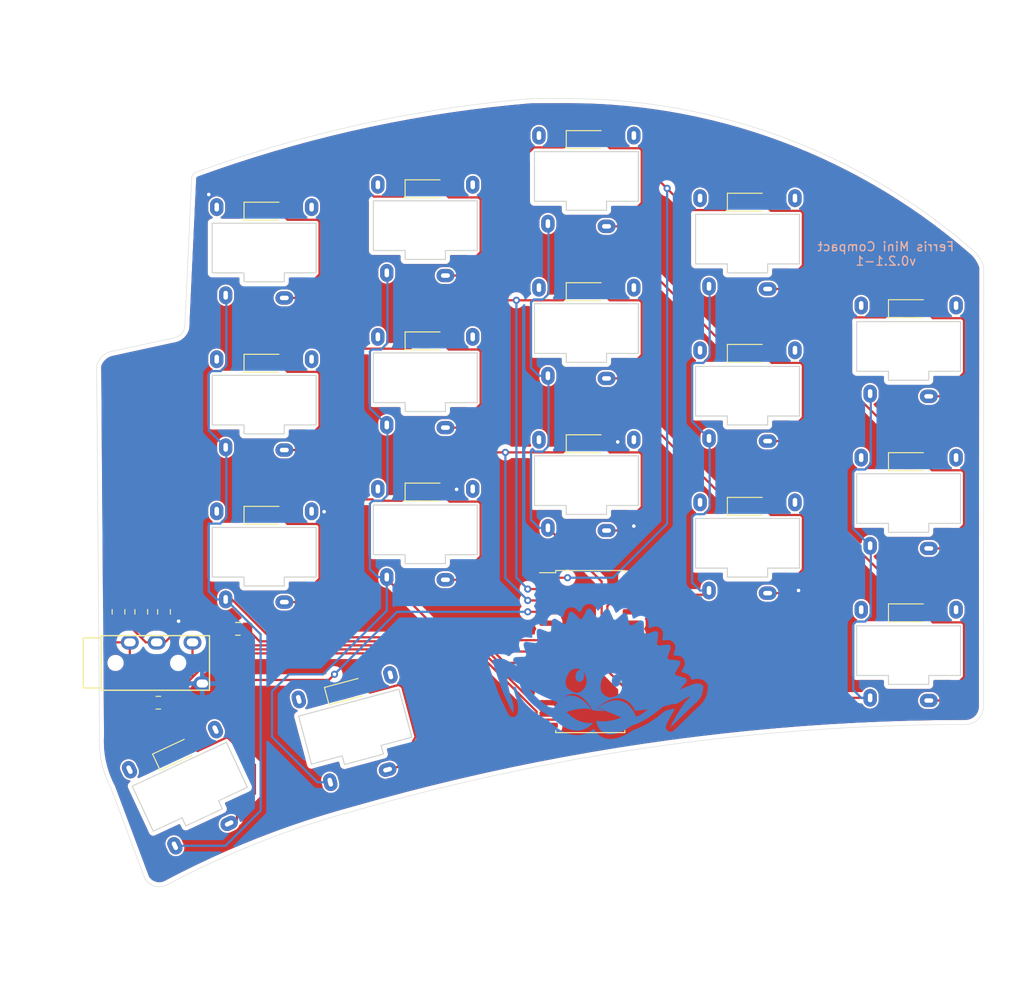
<source format=kicad_pcb>
(kicad_pcb (version 20211014) (generator pcbnew)
  (layers (0 "F.Cu" signal) (31 "B.Cu" signal) (34 "B.Paste" user) (35 "F.Paste" user) (36 "B.SilkS" user "B.Silkscreen") (37 "F.SilkS" user "F.Silkscreen") (38 "B.Mask" user) (39 "F.Mask" user) (44 "Edge.Cuts" user))
  (net 0 "")
  (net 1 "/col8")
  (net 2 "/col5")
  (net 3 "/col6")
  (net 4 "/col7")
  (net 5 "/col9")
  (net 6 "/row1,0")
  (net 7 "/row1,1")
  (net 8 "/row1,3")
  (net 9 "/row1,2")
  (net 10 "Net-(D0_5-Pad2)")
  (net 11 "Net-(D0_6-Pad2)")
  (net 12 "Net-(D0_7-Pad2)")
  (net 13 "Net-(D0_8-Pad2)")
  (net 14 "Net-(D0_9-Pad2)")
  (net 15 "Net-(D1_5-Pad2)")
  (net 16 "Net-(D1_6-Pad2)")
  (net 17 "Net-(D1_7-Pad2)")
  (net 18 "Net-(D1_8-Pad2)")
  (net 19 "Net-(D1_9-Pad2)")
  (net 20 "Net-(D2_5-Pad2)")
  (net 21 "Net-(D2_6-Pad2)")
  (net 22 "Net-(D2_7-Pad2)")
  (net 23 "Net-(D2_8-Pad2)")
  (net 24 "Net-(D2_9-Pad2)")
  (net 25 "Net-(D3_5-Pad2)")
  (net 26 "Net-(D3_6-Pad2)")
  (net 27 "GND")
  (net 28 "Net-(R6-Pad1)")
  (net 29 "VDD")
  (net 30 "i2c_sda_right")
  (net 31 "i2c_scl_right")
  (net 32 "Net-(U2-Pad28)")
  (net 33 "Net-(U2-Pad27)")
  (net 34 "Net-(U2-Pad26)")
  (net 35 "Net-(U2-Pad20)")
  (net 36 "Net-(U2-Pad19)")
  (net 37 "Net-(U2-Pad14)")
  (net 38 "Net-(U2-Pad11)")
  (net 39 "Net-(U2-Pad8)")
  (net 40 "Net-(U2-Pad7)")
  (net 41 "Net-(U2-Pad6)")
  (net 42 "Net-(U2-Pad5)")
  (footprint "Diode_SMD:D_SOD-123" (layer "F.Cu") (at 196 24.7)
    (fp_text reference "D0_8" hide)
    (fp_text value "1N4148W" hide)
  )
  (footprint "Diode_SMD:D_SOD-123" (layer "F.Cu") (at 178 17.7)
    (fp_text reference "D0_7" hide)
    (fp_text value "1N4148W" hide)
  )
  (footprint "Diode_SMD:D_SOD-123" (layer "F.Cu") (at 160 23.2)
    (fp_text reference "D0_6" hide)
    (fp_text value "1N4148W" hide)
  )
  (footprint "Diode_SMD:D_SOD-123" (layer "F.Cu") (at 214 36.6)
    (fp_text reference "D0_9" hide)
    (fp_text value "1N4148W" hide)
  )
  (footprint "Diode_SMD:D_SOD-123" (layer "F.Cu") (at 142 25.7)
    (fp_text reference "D0_5" hide)
    (fp_text value "1N4148W" hide)
  )
  (footprint "Diode_SMD:D_SOD-123" (layer "F.Cu") (at 142 42.7)
    (fp_text reference "D1_5" hide)
    (fp_text value "1N4148W" hide)
  )
  (footprint "Diode_SMD:D_SOD-123" (layer "F.Cu") (at 160 40.2)
    (fp_text reference "D1_6" hide)
    (fp_text value "1N4148W" hide)
  )
  (footprint "Diode_SMD:D_SOD-123" (layer "F.Cu") (at 178 34.7)
    (fp_text reference "D1_7" hide)
    (fp_text value "1N4148W" hide)
  )
  (footprint "Diode_SMD:D_SOD-123" (layer "F.Cu") (at 196 41.6)
    (fp_text reference "D1_8" hide)
    (fp_text value "1N4148W" hide)
  )
  (footprint "Diode_SMD:D_SOD-123" (layer "F.Cu") (at 214 53.7)
    (fp_text reference "D1_9" hide)
    (fp_text value "1N4148W" hide)
  )
  (footprint "Diode_SMD:D_SOD-123" (layer "F.Cu") (at 160 57.1)
    (fp_text reference "D2_6" hide)
    (fp_text value "1N4148W" hide)
  )
  (footprint "Diode_SMD:D_SOD-123" (layer "F.Cu") (at 214 70.6)
    (fp_text reference "D2_9" hide)
    (fp_text value "1N4148W" hide)
  )
  (footprint "Diode_SMD:D_SOD-123" (layer "F.Cu") (at 196 58.7)
    (fp_text reference "D2_8" hide)
    (fp_text value "1N4148W" hide)
  )
  (footprint "Diode_SMD:D_SOD-123" (layer "F.Cu") (at 142 59.7)
    (fp_text reference "D2_5" hide)
    (fp_text value "1N4148W" hide)
  )
  (footprint "Diode_SMD:D_SOD-123" (layer "F.Cu") (at 178 51.7)
    (fp_text reference "D2_7" hide)
    (fp_text value "1N4148W" hide)
  )
  (footprint "Diode_SMD:D_SOD-123" (layer "F.Cu") (at 131.995323 86.339881 25)
    (fp_text reference "D3_5" hide)
    (fp_text value "1N4148W" hide)
  )
  (footprint "Diode_SMD:D_SOD-123" (layer "F.Cu") (at 151.166526 79.324055 15)
    (fp_text reference "D3_6" hide)
    (fp_text value "1N4148W" hide)
  )
  (footprint "kbd:TRRS-PJ-320A" (layer "F.Cu") (at 123.7925 76.2 90)
    (fp_text reference "Jack1" hide)
    (fp_text value "PJ-320A" hide)
  )
  (footprint "switches:Choc_Mini_PG1232_Choc_Spacing" (layer "F.Cu") (at 214 41)
    (fp_text reference "K0_9" hide)
    (fp_text value "KEYSW" hide)
    (fp_line (start 5.8 -2.95) (end 5.8 2.6) (layer "Edge.Cuts") (width 0.12))
    (fp_line (start 2.25 3.6) (end 2.25 2.6) (layer "Edge.Cuts") (width 0.12))
    (fp_line (start -5.8 2.6) (end -5.8 -2.95) (layer "Edge.Cuts") (width 0.12))
    (fp_line (start -2.25 2.6) (end -2.25 3.6) (layer "Edge.Cuts") (width 0.12))
    (fp_line (start -2.25 2.6) (end -5.8 2.6) (layer "Edge.Cuts") (width 0.12))
    (fp_line (start -2.25 3.6) (end 2.25 3.6) (layer "Edge.Cuts") (width 0.12))
    (fp_line (start -5.8 -2.95) (end 5.8 -2.95) (layer "Edge.Cuts") (width 0.12))
    (fp_line (start 2.25 2.6) (end 5.8 2.6) (layer "Edge.Cuts") (width 0.12))
  )
  (footprint "switches:Choc_Mini_PG1232_Choc_Spacing" (layer "F.Cu") (at 196 29)
    (fp_text reference "K0_8" hide)
    (fp_text value "KEYSW" hide)
    (fp_line (start 2.25 2.6) (end 5.8 2.6) (layer "Edge.Cuts") (width 0.12))
    (fp_line (start 2.25 3.6) (end 2.25 2.6) (layer "Edge.Cuts") (width 0.12))
    (fp_line (start -5.8 2.6) (end -5.8 -2.95) (layer "Edge.Cuts") (width 0.12))
    (fp_line (start -2.25 2.6) (end -5.8 2.6) (layer "Edge.Cuts") (width 0.12))
    (fp_line (start -2.25 3.6) (end 2.25 3.6) (layer "Edge.Cuts") (width 0.12))
    (fp_line (start 5.8 -2.95) (end 5.8 2.6) (layer "Edge.Cuts") (width 0.12))
    (fp_line (start -2.25 2.6) (end -2.25 3.6) (layer "Edge.Cuts") (width 0.12))
    (fp_line (start -5.8 -2.95) (end 5.8 -2.95) (layer "Edge.Cuts") (width 0.12))
  )
  (footprint "switches:Choc_Mini_PG1232_Choc_Spacing" (layer "F.Cu") (at 142 30)
    (fp_text reference "K0_5" hide)
    (fp_text value "KEYSW" hide)
    (fp_line (start -5.8 2.6) (end -5.8 -2.95) (layer "Edge.Cuts") (width 0.12))
    (fp_line (start -5.8 -2.95) (end 5.8 -2.95) (layer "Edge.Cuts") (width 0.12))
    (fp_line (start -2.25 2.6) (end -5.8 2.6) (layer "Edge.Cuts") (width 0.12))
    (fp_line (start 5.8 -2.95) (end 5.8 2.6) (layer "Edge.Cuts") (width 0.12))
    (fp_line (start -2.25 3.6) (end 2.25 3.6) (layer "Edge.Cuts") (width 0.12))
    (fp_line (start 2.25 3.6) (end 2.25 2.6) (layer "Edge.Cuts") (width 0.12))
    (fp_line (start -2.25 2.6) (end -2.25 3.6) (layer "Edge.Cuts") (width 0.12))
    (fp_line (start 2.25 2.6) (end 5.8 2.6) (layer "Edge.Cuts") (width 0.12))
  )
  (footprint "switches:Choc_Mini_PG1232_Choc_Spacing" (layer "F.Cu") (at 160 27.5)
    (fp_text reference "K0_6" hide)
    (fp_text value "KEYSW" hide)
    (fp_line (start 5.8 -2.95) (end 5.8 2.6) (layer "Edge.Cuts") (width 0.12))
    (fp_line (start 2.25 3.6) (end 2.25 2.6) (layer "Edge.Cuts") (width 0.12))
    (fp_line (start 2.25 2.6) (end 5.8 2.6) (layer "Edge.Cuts") (width 0.12))
    (fp_line (start -5.8 -2.95) (end 5.8 -2.95) (layer "Edge.Cuts") (width 0.12))
    (fp_line (start -2.25 2.6) (end -5.8 2.6) (layer "Edge.Cuts") (width 0.12))
    (fp_line (start -5.8 2.6) (end -5.8 -2.95) (layer "Edge.Cuts") (width 0.12))
    (fp_line (start -2.25 2.6) (end -2.25 3.6) (layer "Edge.Cuts") (width 0.12))
    (fp_line (start -2.25 3.6) (end 2.25 3.6) (layer "Edge.Cuts") (width 0.12))
  )
  (footprint "switches:Choc_Mini_PG1232_Choc_Spacing" (layer "F.Cu") (at 178 22)
    (fp_text reference "K0_7" hide)
    (fp_text value "KEYSW" hide)
    (fp_line (start -5.8 2.6) (end -5.8 -2.95) (layer "Edge.Cuts") (width 0.12))
    (fp_line (start 2.25 3.6) (end 2.25 2.6) (layer "Edge.Cuts") (width 0.12))
    (fp_line (start -5.8 -2.95) (end 5.8 -2.95) (layer "Edge.Cuts") (width 0.12))
    (fp_line (start 5.8 -2.95) (end 5.8 2.6) (layer "Edge.Cuts") (width 0.12))
    (fp_line (start -2.25 2.6) (end -2.25 3.6) (layer "Edge.Cuts") (width 0.12))
    (fp_line (start -2.25 2.6) (end -5.8 2.6) (layer "Edge.Cuts") (width 0.12))
    (fp_line (start -2.25 3.6) (end 2.25 3.6) (layer "Edge.Cuts") (width 0.12))
    (fp_line (start 2.25 2.6) (end 5.8 2.6) (layer "Edge.Cuts") (width 0.12))
  )
  (footprint "switches:Choc_Mini_PG1232_Choc_Spacing" (layer "F.Cu") (at 214 58)
    (fp_text reference "K1_9" hide)
    (fp_text value "KEYSW" hide)
    (fp_line (start -5.8 2.6) (end -5.8 -2.95) (layer "Edge.Cuts") (width 0.12))
    (fp_line (start 5.8 -2.95) (end 5.8 2.6) (layer "Edge.Cuts") (width 0.12))
    (fp_line (start 2.25 2.6) (end 5.8 2.6) (layer "Edge.Cuts") (width 0.12))
    (fp_line (start -2.25 3.6) (end 2.25 3.6) (layer "Edge.Cuts") (width 0.12))
    (fp_line (start 2.25 3.6) (end 2.25 2.6) (layer "Edge.Cuts") (width 0.12))
    (fp_line (start -5.8 -2.95) (end 5.8 -2.95) (layer "Edge.Cuts") (width 0.12))
    (fp_line (start -2.25 2.6) (end -2.25 3.6) (layer "Edge.Cuts") (width 0.12))
    (fp_line (start -2.25 2.6) (end -5.8 2.6) (layer "Edge.Cuts") (width 0.12))
  )
  (footprint "switches:Choc_Mini_PG1232_Choc_Spacing" (layer "F.Cu") (at 196 46)
    (fp_text reference "K1_8" hide)
    (fp_text value "KEYSW" hide)
    (fp_line (start -2.25 3.6) (end 2.25 3.6) (layer "Edge.Cuts") (width 0.12))
    (fp_line (start 2.25 3.6) (end 2.25 2.6) (layer "Edge.Cuts") (width 0.12))
    (fp_line (start 5.8 -2.95) (end 5.8 2.6) (layer "Edge.Cuts") (width 0.12))
    (fp_line (start -2.25 2.6) (end -2.25 3.6) (layer "Edge.Cuts") (width 0.12))
    (fp_line (start -5.8 -2.95) (end 5.8 -2.95) (layer "Edge.Cuts") (width 0.12))
    (fp_line (start -5.8 2.6) (end -5.8 -2.95) (layer "Edge.Cuts") (width 0.12))
    (fp_line (start 2.25 2.6) (end 5.8 2.6) (layer "Edge.Cuts") (width 0.12))
    (fp_line (start -2.25 2.6) (end -5.8 2.6) (layer "Edge.Cuts") (width 0.12))
  )
  (footprint "switches:Choc_Mini_PG1232_Choc_Spacing" (layer "F.Cu") (at 178 39)
    (fp_text reference "K1_7" hide)
    (fp_text value "KEYSW" hide)
    (fp_line (start -2.25 3.6) (end 2.25 3.6) (layer "Edge.Cuts") (width 0.12))
    (fp_line (start 2.25 2.6) (end 5.8 2.6) (layer "Edge.Cuts") (width 0.12))
    (fp_line (start -5.8 -2.95) (end 5.8 -2.95) (layer "Edge.Cuts") (width 0.12))
    (fp_line (start -2.25 2.6) (end -2.25 3.6) (layer "Edge.Cuts") (width 0.12))
    (fp_line (start -5.8 2.6) (end -5.8 -2.95) (layer "Edge.Cuts") (width 0.12))
    (fp_line (start 5.8 -2.95) (end 5.8 2.6) (layer "Edge.Cuts") (width 0.12))
    (fp_line (start 2.25 3.6) (end 2.25 2.6) (layer "Edge.Cuts") (width 0.12))
    (fp_line (start -2.25 2.6) (end -5.8 2.6) (layer "Edge.Cuts") (width 0.12))
  )
  (footprint "switches:Choc_Mini_PG1232_Choc_Spacing" (layer "F.Cu") (at 160 44.5)
    (fp_text reference "K1_6" hide)
    (fp_text value "KEYSW" hide)
    (fp_line (start -2.25 3.6) (end 2.25 3.6) (layer "Edge.Cuts") (width 0.12))
    (fp_line (start -2.25 2.6) (end -5.8 2.6) (layer "Edge.Cuts") (width 0.12))
    (fp_line (start 2.25 3.6) (end 2.25 2.6) (layer "Edge.Cuts") (width 0.12))
    (fp_line (start -5.8 2.6) (end -5.8 -2.95) (layer "Edge.Cuts") (width 0.12))
    (fp_line (start -5.8 -2.95) (end 5.8 -2.95) (layer "Edge.Cuts") (width 0.12))
    (fp_line (start -2.25 2.6) (end -2.25 3.6) (layer "Edge.Cuts") (width 0.12))
    (fp_line (start 2.25 2.6) (end 5.8 2.6) (layer "Edge.Cuts") (width 0.12))
    (fp_line (start 5.8 -2.95) (end 5.8 2.6) (layer "Edge.Cuts") (width 0.12))
  )
  (footprint "switches:Choc_Mini_PG1232_Choc_Spacing" (layer "F.Cu") (at 142 47)
    (fp_text reference "K1_5" hide)
    (fp_text value "KEYSW" hide)
    (fp_line (start 5.8 -2.95) (end 5.8 2.6) (layer "Edge.Cuts") (width 0.12))
    (fp_line (start -2.25 2.6) (end -2.25 3.6) (layer "Edge.Cuts") (width 0.12))
    (fp_line (start -5.8 2.6) (end -5.8 -2.95) (layer "Edge.Cuts") (width 0.12))
    (fp_line (start -2.25 3.6) (end 2.25 3.6) (layer "Edge.Cuts") (width 0.12))
    (fp_line (start -5.8 -2.95) (end 5.8 -2.95) (layer "Edge.Cuts") (width 0.12))
    (fp_line (start 2.25 2.6) (end 5.8 2.6) (layer "Edge.Cuts") (width 0.12))
    (fp_line (start -2.25 2.6) (end -5.8 2.6) (layer "Edge.Cuts") (width 0.12))
    (fp_line (start 2.25 3.6) (end 2.25 2.6) (layer "Edge.Cuts") (width 0.12))
  )
  (footprint "switches:Choc_Mini_PG1232_Choc_Spacing" (layer "F.Cu") (at 142 64)
    (fp_text reference "K2_5" hide)
    (fp_text value "KEYSW" hide)
    (fp_line (start 2.25 2.6) (end 5.8 2.6) (layer "Edge.Cuts") (width 0.12))
    (fp_line (start 5.8 -2.95) (end 5.8 2.6) (layer "Edge.Cuts") (width 0.12))
    (fp_line (start -5.8 2.6) (end -5.8 -2.95) (layer "Edge.Cuts") (width 0.12))
    (fp_line (start -5.8 -2.95) (end 5.8 -2.95) (layer "Edge.Cuts") (width 0.12))
    (fp_line (start -2.25 3.6) (end 2.25 3.6) (layer "Edge.Cuts") (width 0.12))
    (fp_line (start -2.25 2.6) (end -2.25 3.6) (layer "Edge.Cuts") (width 0.12))
    (fp_line (start 2.25 3.6) (end 2.25 2.6) (layer "Edge.Cuts") (width 0.12))
    (fp_line (start -2.25 2.6) (end -5.8 2.6) (layer "Edge.Cuts") (width 0.12))
  )
  (footprint "switches:Choc_Mini_PG1232_Choc_Spacing" (layer "F.Cu") (at 160 61.5)
    (fp_text reference "K2_6" hide)
    (fp_text value "KEYSW" hide)
    (fp_line (start 2.25 2.6) (end 5.8 2.6) (layer "Edge.Cuts") (width 0.12))
    (fp_line (start -5.8 -2.95) (end 5.8 -2.95) (layer "Edge.Cuts") (width 0.12))
    (fp_line (start -5.8 2.6) (end -5.8 -2.95) (layer "Edge.Cuts") (width 0.12))
    (fp_line (start -2.25 2.6) (end -2.25 3.6) (layer "Edge.Cuts") (width 0.12))
    (fp_line (start -2.25 2.6) (end -5.8 2.6) (layer "Edge.Cuts") (width 0.12))
    (fp_line (start 5.8 -2.95) (end 5.8 2.6) (layer "Edge.Cuts") (width 0.12))
    (fp_line (start 2.25 3.6) (end 2.25 2.6) (layer "Edge.Cuts") (width 0.12))
    (fp_line (start -2.25 3.6) (end 2.25 3.6) (layer "Edge.Cuts") (width 0.12))
  )
  (footprint "switches:Choc_Mini_PG1232_Choc_Spacing" (layer "F.Cu") (at 178 56)
    (fp_text reference "K2_7" hide)
    (fp_text value "KEYSW" hide)
    (fp_line (start -2.25 2.6) (end -5.8 2.6) (layer "Edge.Cuts") (width 0.12))
    (fp_line (start -2.25 3.6) (end 2.25 3.6) (layer "Edge.Cuts") (width 0.12))
    (fp_line (start 5.8 -2.95) (end 5.8 2.6) (layer "Edge.Cuts") (width 0.12))
    (fp_line (start -5.8 2.6) (end -5.8 -2.95) (layer "Edge.Cuts") (width 0.12))
    (fp_line (start 2.25 2.6) (end 5.8 2.6) (layer "Edge.Cuts") (width 0.12))
    (fp_line (start -5.8 -2.95) (end 5.8 -2.95) (layer "Edge.Cuts") (width 0.12))
    (fp_line (start -2.25 2.6) (end -2.25 3.6) (layer "Edge.Cuts") (width 0.12))
    (fp_line (start 2.25 3.6) (end 2.25 2.6) (layer "Edge.Cuts") (width 0.12))
  )
  (footprint "switches:Choc_Mini_PG1232_Choc_Spacing" (layer "F.Cu") (at 196 63)
    (fp_text reference "K2_8" hide)
    (fp_text value "KEYSW" hide)
    (fp_line (start -2.25 2.6) (end -2.25 3.6) (layer "Edge.Cuts") (width 0.12))
    (fp_line (start -5.8 2.6) (end -5.8 -2.95) (layer "Edge.Cuts") (width 0.12))
    (fp_line (start 2.25 2.6) (end 5.8 2.6) (layer "Edge.Cuts") (width 0.12))
    (fp_line (start -2.25 3.6) (end 2.25 3.6) (layer "Edge.Cuts") (width 0.12))
    (fp_line (start 5.8 -2.95) (end 5.8 2.6) (layer "Edge.Cuts") (width 0.12))
    (fp_line (start 2.25 3.6) (end 2.25 2.6) (layer "Edge.Cuts") (width 0.12))
    (fp_line (start -2.25 2.6) (end -5.8 2.6) (layer "Edge.Cuts") (width 0.12))
    (fp_line (start -5.8 -2.95) (end 5.8 -2.95) (layer "Edge.Cuts") (width 0.12))
  )
  (footprint "switches:Choc_Mini_PG1232_Choc_Spacing" (layer "F.Cu") (at 214 75)
    (fp_text reference "K2_9" hide)
    (fp_text value "KEYSW" hide)
    (fp_line (start -2.25 3.6) (end 2.25 3.6) (layer "Edge.Cuts") (width 0.12))
    (fp_line (start 2.25 2.6) (end 5.8 2.6) (layer "Edge.Cuts") (width 0.12))
    (fp_line (start -2.25 2.6) (end -5.8 2.6) (layer "Edge.Cuts") (width 0.12))
    (fp_line (start -5.8 -2.95) (end 5.8 -2.95) (layer "Edge.Cuts") (width 0.12))
    (fp_line (start -2.25 2.6) (end -2.25 3.6) (layer "Edge.Cuts") (width 0.12))
    (fp_line (start -5.8 2.6) (end -5.8 -2.95) (layer "Edge.Cuts") (width 0.12))
    (fp_line (start 5.8 -2.95) (end 5.8 2.6) (layer "Edge.Cuts") (width 0.12))
    (fp_line (start 2.25 3.6) (end 2.25 2.6) (layer "Edge.Cuts") (width 0.12))
  )
  (footprint "switches:Choc_Mini_PG1232_Choc_Spacing" (layer "F.Cu") (at 152.216525 83.494054 15)
    (fp_text reference "K3_6" hide)
    (fp_text value "KEYSW" hide)
    (fp_line (start 2.25 3.6) (end 2.25 2.6) (layer "Edge.Cuts") (width 0.12))
    (fp_line (start 2.25 2.6) (end 5.8 2.6) (layer "Edge.Cuts") (width 0.12))
    (fp_line (start -2.25 3.6) (end 2.25 3.6) (layer "Edge.Cuts") (width 0.12))
    (fp_line (start -2.25 2.6) (end -5.8 2.6) (layer "Edge.Cuts") (width 0.12))
    (fp_line (start 5.8 -2.95) (end 5.8 2.6) (layer "Edge.Cuts") (width 0.12))
    (fp_line (start -5.8 2.6) (end -5.8 -2.95) (layer "Edge.Cuts") (width 0.12))
    (fp_line (start -5.8 -2.95) (end 5.8 -2.95) (layer "Edge.Cuts") (width 0.12))
    (fp_line (start -2.25 2.6) (end -2.25 3.6) (layer "Edge.Cuts") (width 0.12))
  )
  (footprint "switches:Choc_Mini_PG1232_Choc_Spacing" (layer "F.Cu") (at 133.765727 90.198867 25)
    (fp_text reference "K3_5" hide)
    (fp_text value "KEYSW" hide)
    (fp_line (start -2.25 2.6) (end -2.25 3.6) (layer "Edge.Cuts") (width 0.12))
    (fp_line (start 2.25 2.6) (end 5.8 2.6) (layer "Edge.Cuts") (width 0.12))
    (fp_line (start 5.8 -2.95) (end 5.8 2.6) (layer "Edge.Cuts") (width 0.12))
    (fp_line (start -5.8 -2.95) (end 5.8 -2.95) (layer "Edge.Cuts") (width 0.12))
    (fp_line (start 2.25 3.6) (end 2.25 2.6) (layer "Edge.Cuts") (width 0.12))
    (fp_line (start -2.25 3.6) (end 2.25 3.6) (layer "Edge.Cuts") (width 0.12))
    (fp_line (start -2.25 2.6) (end -5.8 2.6) (layer "Edge.Cuts") (width 0.12))
    (fp_line (start -5.8 2.6) (end -5.8 -2.95) (layer "Edge.Cuts") (width 0.12))
  )
  (footprint "Resistor_SMD:R_0805_2012Metric_Pad1.15x1.40mm_HandSolder" (layer "F.Cu") (at 130.175 80.645)
    (fp_text reference "R7" hide)
    (fp_text value "4.7kΩ" hide)
  )
  (footprint "Capacitor_SMD:C_0805_2012Metric_Pad1.15x1.40mm_HandSolder" (layer "F.Cu") (at 130.81 70.485 90)
    (fp_text reference "C13" hide)
    (fp_text value "0.1uF" hide)
  )
  (footprint "Capacitor_SMD:C_0805_2012Metric_Pad1.15x1.40mm_HandSolder" (layer "F.Cu") (at 128.27 70.485 90)
    (fp_text reference "C12" hide)
    (fp_text value "0.1uF" hide)
  )
  (footprint "Package_SO:SOIC-28W_7.5x17.9mm_P1.27mm" (layer "F.Cu") (at 178.435 74.93)
    (fp_text reference "U2" hide)
    (fp_text value "MCP23017-E/SO" hide)
  )
  (footprint "Resistor_SMD:R_0805_2012Metric_Pad1.15x1.40mm_HandSolder" (layer "F.Cu") (at 139.065 72.39 180)
    (fp_text reference "R6" hide)
    (fp_text value "10kΩ" hide)
  )
  (footprint "Resistor_SMD:R_0805_2012Metric_Pad1.15x1.40mm_HandSolder" (layer "F.Cu") (at 125.73 70.485 -90)
    (fp_text reference "R8" hide)
    (fp_text value "4.7kΩ" hide)
  )
  (footprint "copper_pads:ferris_low" (layer "B.Cu") (at 179.07 76.835 173)
    (fp_text reference "G***" hide)
    (fp_text value "LOGO" hide)
  )
  (gr_line (start 171.791363 13.136374) (end 175.991611 13.128139) (layer "Edge.Cuts") (width 0.05))
  (gr_arc (start 134.334755 21.378889) (mid 152.787442 16.005142) (end 171.791363 13.136374) (layer "Edge.Cuts") (width 0.05))
  (gr_arc (start 133.9 22.059419) (mid 134.017966 21.655645) (end 134.334755 21.378889) (layer "Edge.Cuts") (width 0.05))
  (gr_arc (start 220.965 29.885) (mid 221.835071 30.780882) (end 222.391945 31.898702) (layer "Edge.Cuts") (width 0.05))
  (gr_arc (start 175.991611 13.128139) (mid 199.988476 17.453455) (end 220.965 29.885) (layer "Edge.Cuts") (width 0.05))
  (gr_arc (start 222.349981 81.147211) (mid 221.718359 82.5375) (end 220.29 83.077536) (layer "Edge.Cuts") (width 0.05))
  (gr_line (start 222.391945 31.898702) (end 222.349981 81.147211) (layer "Edge.Cuts") (width 0.05))
  (gr_arc (start 131.225 100.965) (mid 141.469682 96.2465) (end 152.18 92.71) (layer "Edge.Cuts") (width 0.05))
  (gr_arc (start 152.18 92.71) (mid 185.900242 85.526735) (end 220.29 83.077536) (layer "Edge.Cuts") (width 0.05))
  (gr_arc (start 131.225 100.965) (mid 129.826155 101.162822) (end 128.685 100.33) (layer "Edge.Cuts") (width 0.05))
  (gr_line (start 133.13 38.735) (end 133.9 22.059419) (layer "Edge.Cuts") (width 0.05))
  (gr_line (start 124.8975 41.395) (end 131.837499 39.885) (layer "Edge.Cuts") (width 0.05))
  (gr_arc (start 123.2875 42.985274) (mid 123.873728 41.96865) (end 124.8975 41.395) (layer "Edge.Cuts") (width 0.05))
  (gr_arc (start 133.13 38.735) (mid 132.656006 39.503601) (end 131.837499 39.885) (layer "Edge.Cuts") (width 0.05))
  (gr_line (start 128.685 100.33) (end 124.875 90.17) (layer "Edge.Cuts") (width 0.05))
  (gr_line (start 123.605 84.314238) (end 123.2875 42.985274) (layer "Edge.Cuts") (width 0.05))
  (gr_arc (start 124.875 90.17) (mid 123.838329 87.329234) (end 123.605 84.314238) (layer "Edge.Cuts") (width 0.05))
  (gr_text "Ferris Mini Compact\nv0.2.1-1" (at 211.455 30.48) (layer "B.SilkS") (effects (font (size 1 1)) (justify mirror)))
  (segment (start 181.61 68.58) (end 191.22 68.58) (width 0.25) (layer "F.Cu") (net 1))
  (segment (start 180.975 71.755) (end 180.34 71.12) (width 0.25) (layer "F.Cu") (net 1))
  (segment (start 180.34 71.12) (end 180.34 69.85) (width 0.25) (layer "F.Cu") (net 1))
  (segment (start 180.34 69.85) (end 181.61 68.58) (width 0.25) (layer "F.Cu") (net 1))
  (segment (start 191.22 68.58) (end 191.7 68.1) (width 0.25) (layer "F.Cu") (net 1))
  (segment (start 183.085 71.755) (end 180.975 71.755) (width 0.25) (layer "F.Cu") (net 1))
  (segment (start 191.055303 42.66499) (end 191.77501 41.945283) (width 0.25) (layer "B.Cu") (net 1))
  (segment (start 191.145283 59.57501) (end 191.77501 58.945283) (width 0.25) (layer "B.Cu") (net 1))
  (segment (start 191.77501 34.17501) (end 191.7 34.1) (width 0.25) (layer "B.Cu") (net 1))
  (segment (start 191.7 51.1) (end 189.81499 49.21499) (width 0.25) (layer "B.Cu") (net 1))
  (segment (start 190.130504 59.57501) (end 191.145283 59.57501) (width 0.25) (layer "B.Cu") (net 1))
  (segment (start 189.81499 67.21499) (end 189.81499 59.890524) (width 0.25) (layer "B.Cu") (net 1))
  (segment (start 189.81499 49.21499) (end 189.81499 42.890524) (width 0.25) (layer "B.Cu") (net 1))
  (segment (start 190.040524 42.66499) (end 191.055303 42.66499) (width 0.25) (layer "B.Cu") (net 1))
  (segment (start 191.77501 51.17501) (end 191.7 51.1) (width 0.25) (layer "B.Cu") (net 1))
  (segment (start 190.7 68.1) (end 189.81499 67.21499) (width 0.25) (layer "B.Cu") (net 1))
  (segment (start 191.77501 58.945283) (end 191.77501 51.17501) (width 0.25) (layer "B.Cu") (net 1))
  (segment (start 191.7 68.1) (end 190.7 68.1) (width 0.25) (layer "B.Cu") (net 1))
  (segment (start 189.81499 42.890524) (end 190.040524 42.66499) (width 0.25) (layer "B.Cu") (net 1))
  (segment (start 189.81499 59.890524) (end 190.130504 59.57501) (width 0.25) (layer "B.Cu") (net 1))
  (segment (start 191.77501 41.945283) (end 191.77501 34.17501) (width 0.25) (layer "B.Cu") (net 1))
  (segment (start 166.687437 73.335) (end 142.623173 73.335) (width 0.25) (layer "F.Cu") (net 2))
  (segment (start 138.388173 69.1) (end 137.7 69.1) (width 0.25) (layer "F.Cu") (net 2))
  (segment (start 175.256281 74.926281) (end 168.278718 74.926281) (width 0.25) (layer "F.Cu") (net 2))
  (segment (start 142.623173 73.335) (end 138.388173 69.1) (width 0.25) (layer "F.Cu") (net 2))
  (segment (start 175.895 75.565) (end 175.256281 74.926281) (width 0.25) (layer "F.Cu") (net 2))
  (segment (start 168.282437 74.93) (end 166.687437 73.335) (width 0.25) (layer "F.Cu") (net 2))
  (segment (start 183.085 75.565) (end 175.895 75.565) (width 0.25) (layer "F.Cu") (net 2))
  (segment (start 136.7 69.1) (end 135.81499 68.21499) (width 0.25) (layer "B.Cu") (net 2))
  (segment (start 137.7 69.1) (end 136.7 69.1) (width 0.25) (layer "B.Cu") (net 2))
  (segment (start 137.77501 52.17501) (end 137.7 52.1) (width 0.25) (layer "B.Cu") (net 2))
  (segment (start 136.130504 43.57501) (end 137.145283 43.57501) (width 0.25) (layer "B.Cu") (net 2))
  (segment (start 137.7 52.1) (end 135.81499 50.21499) (width 0.25) (layer "B.Cu") (net 2))
  (segment (start 135.81499 43.890524) (end 136.130504 43.57501) (width 0.25) (layer "B.Cu") (net 2))
  (segment (start 137.77501 35.17501) (end 137.7 35.1) (width 0.25) (layer "B.Cu") (net 2))
  (segment (start 135.81499 50.21499) (end 135.81499 43.890524) (width 0.25) (layer "B.Cu") (net 2))
  (segment (start 135.81499 60.62501) (end 137.095283 60.62501) (width 0.25) (layer "B.Cu") (net 2))
  (segment (start 141.605 92.71) (end 141.605 73.005) (width 0.25) (layer "B.Cu") (net 2))
  (segment (start 137.77501 59.945283) (end 137.77501 52.17501) (width 0.25) (layer "B.Cu") (net 2))
  (segment (start 137.77501 42.945283) (end 137.77501 35.17501) (width 0.25) (layer "B.Cu") (net 2))
  (segment (start 137.676705 96.638295) (end 141.605 92.71) (width 0.25) (layer "B.Cu") (net 2))
  (segment (start 141.605 73.005) (end 137.7 69.1) (width 0.25) (layer "B.Cu") (net 2))
  (segment (start 137.145283 43.57501) (end 137.77501 42.945283) (width 0.25) (layer "B.Cu") (net 2))
  (segment (start 137.095283 60.62501) (end 137.77501 59.945283) (width 0.25) (layer "B.Cu") (net 2))
  (segment (start 135.81499 68.21499) (end 135.81499 60.62501) (width 0.25) (layer "B.Cu") (net 2))
  (segment (start 132.023957 96.638295) (end 137.676705 96.638295) (width 0.25) (layer "B.Cu") (net 2))
  (segment (start 166.873833 72.885) (end 161.785 72.885) (width 0.25) (layer "F.Cu") (net 3))
  (segment (start 175.895 74.295) (end 175.26 73.66) (width 0.25) (layer "F.Cu") (net 3))
  (segment (start 166.873833 72.885) (end 167.648833 73.66) (width 0.25) (layer "F.Cu") (net 3))
  (segment (start 183.085 74.295) (end 175.895 74.295) (width 0.25) (layer "F.Cu") (net 3))
  (segment (start 161.785 72.885) (end 155.7 66.8) (width 0.25) (layer "F.Cu") (net 3))
  (segment (start 155.7 66.8) (end 155.7 66.6) (width 0.25) (layer "F.Cu") (net 3))
  (segment (start 175.26 73.66) (end 167.648833 73.66) (width 0.25) (layer "F.Cu") (net 3))
  (segment (start 148.316514 89.535) (end 148.318316 89.533198) (width 0.25) (layer "B.Cu") (net 3))
  (segment (start 144.78 77.47) (end 142.875 79.375) (width 0.25) (layer "B.Cu") (net 3))
  (segment (start 154.7 66.6) (end 153.81499 65.71499) (width 0.25) (layer "B.Cu") (net 3))
  (segment (start 155.7 70.36) (end 148.59 77.47) (width 0.25) (layer "B.Cu") (net 3))
  (segment (start 154.130504 58.07501) (end 155.145283 58.07501) (width 0.25) (layer "B.Cu") (net 3))
  (segment (start 155.7 49.6) (end 153.81499 47.71499) (width 0.25) (layer "B.Cu") (net 3))
  (segment (start 153.81499 58.390524) (end 154.130504 58.07501) (width 0.25) (layer "B.Cu") (net 3))
  (segment (start 142.875 79.375) (end 142.875 84.455) (width 0.25) (layer "B.Cu") (net 3))
  (segment (start 155.7 66.6) (end 154.7 66.6) (width 0.25) (layer "B.Cu") (net 3))
  (segment (start 147.955 89.535) (end 148.316514 89.535) (width 0.25) (layer "B.Cu") (net 3))
  (segment (start 148.59 77.47) (end 144.78 77.47) (width 0.25) (layer "B.Cu") (net 3))
  (segment (start 155.77501 49.67501) (end 155.7 49.6) (width 0.25) (layer "B.Cu") (net 3))
  (segment (start 153.81499 47.71499) (end 153.81499 41.390524) (width 0.25) (layer "B.Cu") (net 3))
  (segment (start 153.81499 41.390524) (end 154.040524 41.16499) (width 0.25) (layer "B.Cu") (net 3))
  (segment (start 155.77501 40.445283) (end 155.77501 32.67501) (width 0.25) (layer "B.Cu") (net 3))
  (segment (start 155.7 66.6) (end 155.7 70.36) (width 0.25) (layer "B.Cu") (net 3))
  (segment (start 153.81499 65.71499) (end 153.81499 58.390524) (width 0.25) (layer "B.Cu") (net 3))
  (segment (start 155.77501 32.67501) (end 155.7 32.6) (width 0.25) (layer "B.Cu") (net 3))
  (segment (start 155.77501 57.445283) (end 155.77501 49.67501) (width 0.25) (layer "B.Cu") (net 3))
  (segment (start 155.145283 58.07501) (end 155.77501 57.445283) (width 0.25) (layer "B.Cu") (net 3))
  (segment (start 142.875 84.455) (end 147.955 89.535) (width 0.25) (layer "B.Cu") (net 3))
  (segment (start 154.040524 41.16499) (end 155.055303 41.16499) (width 0.25) (layer "B.Cu") (net 3))
  (segment (start 155.055303 41.16499) (end 155.77501 40.445283) (width 0.25) (layer "B.Cu") (net 3))
  (segment (start 148.318316 89.533198) (end 149.383021 89.533198) (width 0.25) (layer "B.Cu") (net 3))
  (segment (start 179.705 67.105) (end 173.7 61.1) (width 0.25) (layer "F.Cu") (net 4))
  (segment (start 181.608604 73.025) (end 179.705 71.121396) (width 0.25) (layer "F.Cu") (net 4))
  (segment (start 183.085 73.025) (end 181.608604 73.025) (width 0.25) (layer "F.Cu") (net 4))
  (segment (start 179.705 71.121396) (end 179.705 67.105) (width 0.25) (layer "F.Cu") (net 4))
  (segment (start 173.77501 51.945283) (end 173.77501 44.17501) (width 0.25) (layer "B.Cu") (net 4))
  (segment (start 173.7 44.1) (end 172.7 44.1) (width 0.25) (layer "B.Cu") (net 4))
  (segment (start 173.145283 52.57501) (end 173.77501 51.945283) (width 0.25) (layer "B.Cu") (net 4))
  (segment (start 173.77501 34.945283) (end 173.77501 27.17501) (width 0.25) (layer "B.Cu") (net 4))
  (segment (start 171.81499 43.21499) (end 171.81499 35.890524) (width 0.25) (layer "B.Cu") (net 4))
  (segment (start 172.7 44.1) (end 171.81499 43.21499) (width 0.25) (layer "B.Cu") (net 4))
  (segment (start 173.77501 44.17501) (end 173.7 44.1) (width 0.25) (layer "B.Cu") (net 4))
  (segment (start 171.81499 35.890524) (end 172.130504 35.57501) (width 0.25) (layer "B.Cu") (net 4))
  (segment (start 172.130504 35.57501) (end 173.145283 35.57501) (width 0.25) (layer "B.Cu") (net 4))
  (segment (start 173.7 61.1) (end 172.7 61.1) (width 0.25) (layer "B.Cu") (net 4))
  (segment (start 171.81499 60.21499) (end 171.81499 52.45501) (width 0.25) (layer "B.Cu") (net 4))
  (segment (start 173.145283 35.57501) (end 173.77501 34.945283) (width 0.25) (layer "B.Cu") (net 4))
  (segment (start 172.7 61.1) (end 171.81499 60.21499) (width 0.25) (layer "B.Cu") (net 4))
  (segment (start 172.254717 52.57501) (end 173.145283 52.57501) (width 0.25) (layer "B.Cu") (net 4))
  (segment (start 171.81499 52.45501) (end 171.974854 52.295147) (width 0.25) (layer "B.Cu") (net 4))
  (segment (start 173.77501 27.17501) (end 173.7 27.1) (width 0.25) (layer "B.Cu") (net 4))
  (segment (start 171.974854 52.295147) (end 172.254717 52.57501) (width 0.25) (layer "B.Cu") (net 4))
  (segment (start 183.085 70.485) (end 196.85 70.485) (width 0.25) (layer "F.Cu") (net 5))
  (segment (start 196.85 70.485) (end 206.465 80.1) (width 0.25) (layer "F.Cu") (net 5))
  (segment (start 206.465 80.1) (end 209.7 80.1) (width 0.25) (layer "F.Cu") (net 5))
  (segment (start 208.130504 71.57501) (end 209.145283 71.57501) (width 0.25) (layer "B.Cu") (net 5))
  (segment (start 209.7 80.1) (end 208.7 80.1) (width 0.25) (layer "B.Cu") (net 5))
  (segment (start 207.81499 79.21499) (end 207.81499 71.890524) (width 0.25) (layer "B.Cu") (net 5))
  (segment (start 209.77501 53.945283) (end 209.77501 46.17501) (width 0.25) (layer "B.Cu") (net 5))
  (segment (start 209.7 63.1) (end 207.81499 61.21499) (width 0.25) (layer "B.Cu") (net 5))
  (segment (start 209.77501 46.17501) (end 209.7 46.1) (width 0.25) (layer "B.Cu") (net 5))
  (segment (start 207.81499 61.21499) (end 207.81499 54.86501) (width 0.25) (layer "B.Cu") (net 5))
  (segment (start 209.77501 63.17501) (end 209.7 63.1) (width 0.25) (layer "B.Cu") (net 5))
  (segment (start 207.81499 71.890524) (end 208.130504 71.57501) (width 0.25) (layer "B.Cu") (net 5))
  (segment (start 207.81499 54.86501) (end 208.10499 54.57501) (width 0.25) (layer "B.Cu") (net 5))
  (segment (start 209.77501 70.945283) (end 209.77501 63.17501) (width 0.25) (layer "B.Cu") (net 5))
  (segment (start 209.145283 71.57501) (end 209.77501 70.945283) (width 0.25) (layer "B.Cu") (net 5))
  (segment (start 208.10499 54.57501) (end 209.145283 54.57501) (width 0.25) (layer "B.Cu") (net 5))
  (segment (start 208.7 80.1) (end 207.81499 79.21499) (width 0.25) (layer "B.Cu") (net 5))
  (segment (start 209.145283 54.57501) (end 209.77501 53.945283) (width 0.25) (layer "B.Cu") (net 5))
  (segment (start 169.32499 21.380524) (end 169.32499 21.42499) (width 0.25) (layer "F.Cu") (net 6))
  (segment (start 140.35 25.7) (end 142.12501 23.92499) (width 0.25) (layer "F.Cu") (net 6))
  (segment (start 178.12501 15.92499) (end 183.745283 15.92499) (width 0.25) (layer "F.Cu") (net 6))
  (segment (start 158.35 23.2) (end 160.12501 21.42499) (width 0.25) (layer "F.Cu") (net 6))
  (segment (start 196.12501 22.92499) (end 201.745283 22.92499) (width 0.25) (layer "F.Cu") (net 6))
  (segment (start 211.37499 37.57501) (end 212.35 36.6) (width 0.25) (layer "F.Cu") (net 6))
  (segment (start 175.895 66.675) (end 173.785 66.675) (width 0.25) (layer "F.Cu") (net 6))
  (segment (start 183.745283 15.92499) (end 184.63502 16.814727) (width 0.25) (layer "F.Cu") (net 6))
  (segment (start 176.35 17.7) (end 178.12501 15.92499) (width 0.25) (layer "F.Cu") (net 6))
  (segment (start 154.254717 24.07501) (end 157.47499 24.07501) (width 0.25) (layer "F.Cu") (net 6))
  (segment (start 154.104697 23.92499) (end 154.254717 24.07501) (width 0.25) (layer "F.Cu") (net 6))
  (segment (start 201.745283 22.92499) (end 202.63502 23.814727) (width 0.25) (layer "F.Cu") (net 6))
  (segment (start 189.41501 25.57501) (end 193.47499 25.57501) (width 0.25) (layer "F.Cu") (net 6))
  (segment (start 202.63502 35.15498) (end 205.05505 37.57501) (width 0.25) (layer "F.Cu") (net 6))
  (segment (start 176.35 17.7) (end 175.47499 18.57501) (width 0.25) (layer "F.Cu") (net 6))
  (segment (start 184.63502 16.814727) (end 184.63502 20.79502) (width 0.25) (layer "F.Cu") (net 6))
  (segment (start 160.12501 21.42499) (end 169.32499 21.42499) (width 0.25) (layer "F.Cu") (net 6))
  (segment (start 194.35 24.7) (end 196.12501 22.92499) (width 0.25) (layer "F.Cu") (net 6))
  (segment (start 184.63502 20.79502) (end 189.41501 25.57501) (width 0.25) (layer "F.Cu") (net 6))
  (segment (start 157.47499 24.07501) (end 158.35 23.2) (width 0.25) (layer "F.Cu") (net 6))
  (segment (start 193.47499 25.57501) (end 194.35 24.7) (width 0.25) (layer "F.Cu") (net 6))
  (segment (start 142.12501 23.92499) (end 154.104697 23.92499) (width 0.25) (layer "F.Cu") (net 6))
  (segment (start 175.47499 18.57501) (end 172.130504 18.57501) (width 0.25) (layer "F.Cu") (net 6))
  (segment (start 202.63502 23.814727) (end 202.63502 35.15498) (width 0.25) (layer "F.Cu") (net 6))
  (segment (start 172.130504 18.57501) (end 169.32499 21.380524) (width 0.25) (layer "F.Cu") (net 6))
  (segment (start 205.05505 37.57501) (end 211.37499 37.57501) (width 0.25) (layer "F.Cu") (net 6))
  (via (at 175.895 66.675) (size 0.8) (drill 0.4) (layers "F.Cu" "B.Cu") (net 6))
  (via (at 187.02088 23.154081) (size 0.8) (drill 0.4) (layers "F.Cu" "B.Cu") (net 6))
  (segment (start 175.895 66.675) (end 180.975 66.675) (width 0.25) (layer "B.Cu") (net 6))
  (segment (start 187.02088 60.62912) (end 187.02088 23.154081) (width 0.25) (layer "B.Cu") (net 6))
  (segment (start 180.975 66.675) (end 187.02088 60.62912) (width 0.25) (layer "B.Cu") (net 6))
  (segment (start 178.12501 32.92499) (end 185.67499 32.92499) (width 0.25) (layer "F.Cu") (net 7))
  (segment (start 173.785 67.945) (end 171.45 67.945) (width 0.25) (layer "F.Cu") (net 7))
  (segment (start 201.745283 39.92499) (end 212.35 50.529707) (width 0.25) (layer "F.Cu") (net 7))
  (segment (start 212.35 50.529707) (end 212.35 53.7) (width 0.25) (layer "F.Cu") (net 7))
  (segment (start 196.02501 39.92499) (end 201.745283 39.92499) (width 0.25) (layer "F.Cu") (net 7))
  (segment (start 142.12501 40.92499) (end 140.35 42.7) (width 0.25) (layer "F.Cu") (net 7))
  (segment (start 185.67499 32.92499) (end 194.35 41.6) (width 0.25) (layer "F.Cu") (net 7))
  (segment (start 176.35 34.7) (end 178.12501 32.92499) (width 0.25) (layer "F.Cu") (net 7))
  (segment (start 162.88501 35.66499) (end 158.35 40.2) (width 0.25) (layer "F.Cu") (net 7))
  (segment (start 158.35 40.2) (end 158.35 41.05) (width 0.25) (layer "F.Cu") (net 7))
  (segment (start 158.35 41.05) (end 158.32499 41.07501) (width 0.25) (layer "F.Cu") (net 7))
  (segment (start 158.32499 41.07501) (end 147.895303 41.07501) (width 0.25) (layer "F.Cu") (net 7))
  (segment (start 170.18 35.66499) (end 162.88501 35.66499) (width 0.25) (layer "F.Cu") (net 7))
  (segment (start 170.18 35.66499) (end 175.38501 35.66499) (width 0.25) (layer "F.Cu") (net 7))
  (segment (start 147.895303 41.07501) (end 147.745283 40.92499) (width 0.25) (layer "F.Cu") (net 7))
  (segment (start 194.35 41.6) (end 196.02501 39.92499) (width 0.25) (layer "F.Cu") (net 7))
  (segment (start 147.745283 40.92499) (end 142.12501 40.92499) (width 0.25) (layer "F.Cu") (net 7))
  (segment (start 175.38501 35.66499) (end 176.35 34.7) (width 0.25) (layer "F.Cu") (net 7))
  (via (at 171.45 67.945) (size 0.8) (drill 0.4) (layers "F.Cu" "B.Cu") (net 7))
  (via (at 170.18 35.66499) (size 0.8) (drill 0.4) (layers "F.Cu" "B.Cu") (net 7))
  (segment (start 170.18 35.66499) (end 170.18 66.675) (width 0.25) (layer "B.Cu") (net 7))
  (segment (start 170.18 66.675) (end 171.45 67.945) (width 0.25) (layer "B.Cu") (net 7))
  (segment (start 130.499915 87.037201) (end 130.499915 86.035085) (width 0.25) (layer "F.Cu") (net 8))
  (segment (start 130.499915 86.035085) (end 138.43 78.105) (width 0.25) (layer "F.Cu") (net 8))
  (segment (start 138.43 78.105) (end 149.225 78.105) (width 0.25) (layer "F.Cu") (net 8))
  (segment (start 147.926642 78.105) (end 149.572748 79.751106) (width 0.25) (layer "F.Cu") (net 8))
  (segment (start 149.86 77.47) (end 149.225 78.105) (width 0.25) (layer "F.Cu") (net 8))
  (segment (start 171.45 70.485) (end 173.785 70.485) (width 0.25) (layer "F.Cu") (net 8))
  (via (at 171.45 70.485) (size 0.8) (drill 0.4) (layers "F.Cu" "B.Cu") (net 8))
  (via (at 149.86 77.47) (size 0.8) (drill 0.4) (layers "F.Cu" "B.Cu") (net 8))
  (segment (start 156.845 70.485) (end 171.45 70.485) (width 0.25) (layer "B.Cu") (net 8))
  (segment (start 149.86 77.47) (end 156.845 70.485) (width 0.25) (layer "B.Cu") (net 8))
  (segment (start 140.35 59.7) (end 142.12501 57.92499) (width 0.25) (layer "F.Cu") (net 9))
  (segment (start 212.35 67.529707) (end 212.35 70.6) (width 0.25) (layer "F.Cu") (net 9))
  (segment (start 157.37499 58.07501) (end 158.35 57.1) (width 0.25) (layer "F.Cu") (net 9))
  (segment (start 194.35 58.7) (end 196.12501 56.92499) (width 0.25) (layer "F.Cu") (net 9))
  (segment (start 171.45 69.215) (end 173.785 69.215) (width 0.25) (layer "F.Cu") (net 9))
  (segment (start 201.745283 56.92499) (end 212.35 67.529707) (width 0.25) (layer "F.Cu") (net 9))
  (segment (start 154.254717 58.07501) (end 157.37499 58.07501) (width 0.25) (layer "F.Cu") (net 9))
  (segment (start 185.42499 49.77499) (end 193.805 58.155) (width 0.25) (layer "F.Cu") (net 9))
  (segment (start 175.38501 52.66499) (end 176.35 51.7) (width 0.25) (layer "F.Cu") (net 9))
  (segment (start 158.35 57.1) (end 162.78501 52.66499) (width 0.25) (layer "F.Cu") (net 9))
  (segment (start 154.104697 57.92499) (end 154.254717 58.07501) (width 0.25) (layer "F.Cu") (net 9))
  (segment (start 162.78501 52.66499) (end 168.95001 52.66499) (width 0.25) (layer "F.Cu") (net 9))
  (segment (start 168.95001 52.66499) (end 175.38501 52.66499) (width 0.25) (layer "F.Cu") (net 9))
  (segment (start 193.805 58.155) (end 194.35 58.7) (width 0.25) (layer "F.Cu") (net 9))
  (segment (start 142.12501 57.92499) (end 154.104697 57.92499) (width 0.25) (layer "F.Cu") (net 9))
  (segment (start 178.27501 49.77499) (end 185.42499 49.77499) (width 0.25) (layer "F.Cu") (net 9))
  (segment (start 196.12501 56.92499) (end 201.745283 56.92499) (width 0.25) (layer "F.Cu") (net 9))
  (segment (start 176.35 51.7) (end 178.27501 49.77499) (width 0.25) (layer "F.Cu") (net 9))
  (via (at 168.95001 52.66499) (size 0.8) (drill 0.4) (layers "F.Cu" "B.Cu") (net 9))
  (via (at 171.45 69.215) (size 0.8) (drill 0.4) (layers "F.Cu" "B.Cu") (net 9))
  (segment (start 168.95001 66.71501) (end 168.95001 52.66499) (width 0.25) (layer "B.Cu") (net 9))
  (segment (start 171.45 69.215) (end 168.95001 66.71501) (width 0.25) (layer "B.Cu") (net 9))
  (segment (start 147.959476 26.66499) (end 148.18501 26.890524) (width 0.25) (layer "F.Cu") (net 10))
  (segment (start 144.61499 26.66499) (end 147.959476 26.66499) (width 0.25) (layer "F.Cu") (net 10))
  (segment (start 148.18501 26.890524) (end 148.18501 32.759476) (width 0.25) (layer "F.Cu") (net 10))
  (segment (start 148.18501 32.759476) (end 145.544486 35.4) (width 0.25) (layer "F.Cu") (net 10))
  (segment (start 143.65 25.7) (end 144.61499 26.66499) (width 0.25) (layer "F.Cu") (net 10))
  (segment (start 145.544486 35.4) (end 144.25 35.4) (width 0.25) (layer "F.Cu") (net 10))
  (segment (start 162.61499 24.16499) (end 165.959476 24.16499) (width 0.25) (layer "F.Cu") (net 11))
  (segment (start 163.544486 32.9) (end 162.25 32.9) (width 0.25) (layer "F.Cu") (net 11))
  (segment (start 161.65 23.2) (end 162.61499 24.16499) (width 0.25) (layer "F.Cu") (net 11))
  (segment (start 166.18501 24.390524) (end 166.18501 30.259476) (width 0.25) (layer "F.Cu") (net 11))
  (segment (start 166.18501 30.259476) (end 163.544486 32.9) (width 0.25) (layer "F.Cu") (net 11))
  (segment (start 165.959476 24.16499) (end 166.18501 24.390524) (width 0.25) (layer "F.Cu") (net 11))
  (segment (start 179.65 17.7) (end 180.61499 18.66499) (width 0.25) (layer "F.Cu") (net 12))
  (segment (start 181.544486 27.4) (end 180.25 27.4) (width 0.25) (layer "F.Cu") (net 12))
  (segment (start 183.959476 18.66499) (end 184.18501 18.890524) (width 0.25) (layer "F.Cu") (net 12))
  (segment (start 184.18501 18.890524) (end 184.18501 24.759476) (width 0.25) (layer "F.Cu") (net 12))
  (segment (start 184.18501 24.759476) (end 181.544486 27.4) (width 0.25) (layer "F.Cu") (net 12))
  (segment (start 180.61499 18.66499) (end 183.959476 18.66499) (width 0.25) (layer "F.Cu") (net 12))
  (segment (start 198.61499 25.66499) (end 201.959476 25.66499) (width 0.25) (layer "F.Cu") (net 13))
  (segment (start 202.18501 31.759476) (end 199.544486 34.4) (width 0.25) (layer "F.Cu") (net 13))
  (segment (start 197.65 24.7) (end 198.61499 25.66499) (width 0.25) (layer "F.Cu") (net 13))
  (segment (start 201.959476 25.66499) (end 202.18501 25.890524) (width 0.25) (layer "F.Cu") (net 13))
  (segment (start 202.18501 25.890524) (end 202.18501 31.759476) (width 0.25) (layer "F.Cu") (net 13))
  (segment (start 199.544486 34.4) (end 198.25 34.4) (width 0.25) (layer "F.Cu") (net 13))
  (segment (start 215.65 36.6) (end 216.71499 37.66499) (width 0.25) (layer "F.Cu") (net 14))
  (segment (start 220.18501 43.759476) (end 217.544486 46.4) (width 0.25) (layer "F.Cu") (net 14))
  (segment (start 219.959476 37.66499) (end 220.18501 37.890524) (width 0.25) (layer "F.Cu") (net 14))
  (segment (start 217.544486 46.4) (end 216.25 46.4) (width 0.25) (layer "F.Cu") (net 14))
  (segment (start 216.71499 37.66499) (end 219.959476 37.66499) (width 0.25) (layer "F.Cu") (net 14))
  (segment (start 220.18501 37.890524) (end 220.18501 43.759476) (width 0.25) (layer "F.Cu") (net 14))
  (segment (start 147.959476 43.66499) (end 148.18501 43.890524) (width 0.25) (layer "F.Cu") (net 15))
  (segment (start 143.65 42.7) (end 144.61499 43.66499) (width 0.25) (layer "F.Cu") (net 15))
  (segment (start 144.61499 43.66499) (end 147.959476 43.66499) (width 0.25) (layer "F.Cu") (net 15))
  (segment (start 148.18501 43.890524) (end 148.18501 49.759476) (width 0.25) (layer "F.Cu") (net 15))
  (segment (start 145.544486 52.4) (end 144.25 52.4) (width 0.25) (layer "F.Cu") (net 15))
  (segment (start 148.18501 49.759476) (end 145.544486 52.4) (width 0.25) (layer "F.Cu") (net 15))
  (segment (start 166.18501 41.390524) (end 166.18501 47.259476) (width 0.25) (layer "F.Cu") (net 16))
  (segment (start 162.61499 41.16499) (end 165.959476 41.16499) (width 0.25) (layer "F.Cu") (net 16))
  (segment (start 166.18501 47.259476) (end 163.544486 49.9) (width 0.25) (layer "F.Cu") (net 16))
  (segment (start 163.544486 49.9) (end 162.25 49.9) (width 0.25) (layer "F.Cu") (net 16))
  (segment (start 161.65 40.2) (end 162.61499 41.16499) (width 0.25) (layer "F.Cu") (net 16))
  (segment (start 165.959476 41.16499) (end 166.18501 41.390524) (width 0.25) (layer "F.Cu") (net 16))
  (segment (start 179.65 34.7) (end 180.61499 35.66499) (width 0.25) (layer "F.Cu") (net 17))
  (segment (start 180.61499 35.66499) (end 183.959476 35.66499) (width 0.25) (layer "F.Cu") (net 17))
  (segment (start 184.18501 41.759476) (end 181.544486 44.4) (width 0.25) (layer "F.Cu") (net 17))
  (segment (start 184.18501 35.890524) (end 184.18501 41.759476) (width 0.25) (layer "F.Cu") (net 17))
  (segment (start 183.959476 35.66499) (end 184.18501 35.890524) (width 0.25) (layer "F.Cu") (net 17))
  (segment (start 181.544486 44.4) (end 180.25 44.4) (width 0.25) (layer "F.Cu") (net 17))
  (segment (start 199.544486 51.4) (end 198.25 51.4) (width 0.25) (layer "F.Cu") (net 18))
  (segment (start 201.959476 42.66499) (end 202.18501 42.890524) (width 0.25) (layer "F.Cu") (net 18))
  (segment (start 198.71499 42.66499) (end 201.959476 42.66499) (width 0.25) (layer "F.Cu") (net 18))
  (segment (start 202.18501 48.759476) (end 199.544486 51.4) (width 0.25) (layer "F.Cu") (net 18))
  (segment (start 202.18501 42.890524) (end 202.18501 48.759476) (width 0.25) (layer "F.Cu") (net 18))
  (segment (start 197.65 41.6) (end 198.71499 42.66499) (width 0.25) (layer "F.Cu") (net 18))
  (segment (start 216.61499 54.66499) (end 219.959476 54.66499) (width 0.25) (layer "F.Cu") (net 19))
  (segment (start 215.65 53.7) (end 216.61499 54.66499) (width 0.25) (layer "F.Cu") (net 19))
  (segment (start 217.544486 63.4) (end 216.25 63.4) (width 0.25) (layer "F.Cu") (net 19))
  (segment (start 220.18501 54.890524) (end 220.18501 60.759476) (width 0.25) (layer "F.Cu") (net 19))
  (segment (start 220.18501 60.759476) (end 217.544486 63.4) (width 0.25) (layer "F.Cu") (net 19))
  (segment (start 219.959476 54.66499) (end 220.18501 54.890524) (width 0.25) (layer "F.Cu") (net 19))
  (segment (start 148.18501 60.890524) (end 148.18501 66.759476) (width 0.25) (layer "F.Cu") (net 20))
  (segment (start 145.544486 69.4) (end 144.25 69.4) (width 0.25) (layer "F.Cu") (net 20))
  (segment (start 143.65 59.7) (end 144.61499 60.66499) (width 0.25) (layer "F.Cu") (net 20))
  (segment (start 148.18501 66.759476) (end 145.544486 69.4) (width 0.25) (layer "F.Cu") (net 20))
  (segment (start 147.959476 60.66499) (end 148.18501 60.890524) (width 0.25) (layer "F.Cu") (net 20))
  (segment (start 144.61499 60.66499) (end 147.959476 60.66499) (width 0.25) (layer "F.Cu") (net 20))
  (segment (start 161.65 57.1) (end 162.71499 58.16499) (width 0.25) (layer "F.Cu") (net 21))
  (segment (start 162.71499 58.16499) (end 165.959476 58.16499) (width 0.25) (layer "F.Cu") (net 21))
  (segment (start 163.544486 66.9) (end 162.25 66.9) (width 0.25) (layer "F.Cu") (net 21))
  (segment (start 165.959476 58.16499) (end 166.18501 58.390524) (width 0.25) (layer "F.Cu") (net 21))
  (segment (start 166.18501 58.390524) (end 166.18501 64.259476) (width 0.25) (layer "F.Cu") (net 21))
  (segment (start 166.18501 64.259476) (end 163.544486 66.9) (width 0.25) (layer "F.Cu") (net 21))
  (segment (start 179.65 51.7) (end 180.61499 52.66499) (width 0.25) (layer "F.Cu") (net 22))
  (segment (start 181.544486 61.4) (end 180.25 61.4) (width 0.25) (layer "F.Cu") (net 22))
  (segment (start 184.18501 52.890524) (end 184.18501 58.759476) (width 0.25) (layer "F.Cu") (net 22))
  (segment (start 183.959476 52.66499) (end 184.18501 52.890524) (width 0.25) (layer "F.Cu") (net 22))
  (segment (start 184.18501 58.759476) (end 181.544486 61.4) (width 0.25) (layer "F.Cu") (net 22))
  (segment (start 180.61499 52.66499) (end 183.959476 52.66499) (width 0.25) (layer "F.Cu") (net 22))
  (segment (start 198.61499 59.66499) (end 201.959476 59.66499) (width 0.25) (layer "F.Cu") (net 23))
  (segment (start 199.544486 68.4) (end 198.25 68.4) (width 0.25) (layer "F.Cu") (net 23))
  (segment (start 202.18501 65.759476) (end 199.544486 68.4) (width 0.25) (layer "F.Cu") (net 23))
  (segment (start 202.18501 59.890524) (end 202.18501 65.759476) (width 0.25) (layer "F.Cu") (net 23))
  (segment (start 201.959476 59.66499) (end 202.18501 59.890524) (width 0.25) (layer "F.Cu") (net 23))
  (segment (start 197.65 58.7) (end 198.61499 59.66499) (width 0.25) (layer "F.Cu") (net 23))
  (segment (start 220.18501 77.759476) (end 217.544486 80.4) (width 0.25) (layer "F.Cu") (net 24))
  (segment (start 217.544486 80.4) (end 216.25 80.4) (width 0.25) (layer "F.Cu") (net 24))
  (segment (start 215.65 70.6) (end 216.71499 71.66499) (width 0.25) (layer "F.Cu") (net 24))
  (segment (start 216.71499 71.66499) (end 219.959476 71.66499) (width 0.25) (layer "F.Cu") (net 24))
  (segment (start 220.18501 71.890524) (end 220.18501 77.759476) (width 0.25) (layer "F.Cu") (net 24))
  (segment (start 219.959476 71.66499) (end 220.18501 71.890524) (width 0.25) (layer "F.Cu") (net 24))
  (segment (start 138.959046 92.815954) (end 138.959046 93.735423) (width 0.25) (layer "F.Cu") (net 25))
  (segment (start 137.981253 84.60558) (end 140.97 87.594327) (width 0.25) (layer "F.Cu") (net 25))
  (segment (start 138.959046 93.735423) (end 138.087059 94.142039) (width 0.25) (layer "F.Cu") (net 25))
  (segment (start 137.798767 84.53916) (end 137.981253 84.60558) (width 0.25) (layer "F.Cu") (net 25))
  (segment (start 140.97 87.594327) (end 140.97 90.805) (width 0.25) (layer "F.Cu") (net 25))
  (segment (start 133.490732 85.642564) (end 134.581291 86.039493) (width 0.25) (layer "F.Cu") (net 25))
  (segment (start 134.581291 86.039493) (end 137.798767 84.53916) (width 0.25) (layer "F.Cu") (net 25))
  (segment (start 140.97 90.805) (end 138.959046 92.815954) (width 0.25) (layer "F.Cu") (net 25))
  (segment (start 157.423922 78.883846) (end 157.032426 78.657816) (width 0.25) (layer "F.Cu") (net 26))
  (segment (start 156.994889 87.804187) (end 158.920459 84.469001) (width 0.25) (layer "F.Cu") (net 26))
  (segment (start 155.787481 88.12771) (end 156.994889 87.804187) (width 0.25) (layer "F.Cu") (net 26))
  (segment (start 153.831551 79.515489) (end 152.760303 78.897004) (width 0.25) (layer "F.Cu") (net 26))
  (segment (start 157.032426 78.657816) (end 153.831551 79.515489) (width 0.25) (layer "F.Cu") (net 26))
  (segment (start 158.920459 84.469001) (end 157.423922 78.883846) (width 0.25) (layer "F.Cu") (net 26))
  (segment (start 130.81 71.51) (end 132.416118 71.51) (width 0.3) (layer "F.Cu") (net 27))
  (segment (start 132.416118 71.51) (end 132.441167 71.535049) (width 0.3) (layer "F.Cu") (net 27))
  (segment (start 130.81 71.51) (end 128.27 71.51) (width 0.3) (layer "F.Cu") (net 27))
  (via (at 148.7 59.3) (size 0.8) (drill 0.4) (layers "F.Cu" "B.Cu") (net 27))
  (via (at 183.3 60.9) (size 0.8) (drill 0.4) (layers "F.Cu" "B.Cu") (net 27))
  (via (at 163.5 56.8) (size 0.8) (drill 0.4) (layers "F.Cu" "B.Cu") (net 27))
  (via (at 132.441167 71.535049) (size 0.8) (drill 0.4) (layers "F.Cu" "B.Cu") (net 27))
  (via (at 181.5 51.5) (size 0.8) (drill 0.4) (layers "F.Cu" "B.Cu") (net 27))
  (via (at 135.81 23.84) (size 0.8) (drill 0.4) (layers "F.Cu" "B.Cu") (net 27))
  (via (at 201.7 68.1) (size 0.8) (drill 0.4) (layers "F.Cu" "B.Cu") (net 27))
  (segment (start 182.658249 79.375) (end 179.483249 76.2) (width 0.25) (layer "F.Cu") (net 28))
  (segment (start 141.485 73.785) (end 140.09 72.39) (width 0.25) (layer "F.Cu") (net 28))
  (segment (start 179.483249 76.2) (end 168.916041 76.2) (width 0.25) (layer "F.Cu") (net 28))
  (segment (start 183.085 79.375) (end 182.658249 79.375) (width 0.25) (layer "F.Cu") (net 28))
  (segment (start 168.916041 76.2) (end 166.501041 73.785) (width 0.25) (layer "F.Cu") (net 28))
  (segment (start 166.501041 73.785) (end 141.485 73.785) (width 0.25) (layer "F.Cu") (net 28))
  (segment (start 124.705 70.485) (end 124.705 73.27) (width 0.25) (layer "F.Cu") (net 29))
  (segment (start 125.335 73.9) (end 126.9925 73.9) (width 0.25) (layer "F.Cu") (net 29))
  (segment (start 139.885 74.235) (end 138.04 72.39) (width 0.25) (layer "F.Cu") (net 29))
  (segment (start 124.705 73.27) (end 125.335 73.9) (width 0.25) (layer "F.Cu") (net 29))
  (segment (start 125.73 69.46) (end 128.27 69.46) (width 0.25) (layer "F.Cu") (net 29))
  (segment (start 166.314645 74.235) (end 139.885 74.235) (width 0.25) (layer "F.Cu") (net 29))
  (segment (start 135.11 69.46) (end 138.04 72.39) (width 0.25) (layer "F.Cu") (net 29))
  (segment (start 130.81 69.46) (end 135.11 69.46) (width 0.25) (layer "F.Cu") (net 29))
  (segment (start 128.27 69.46) (end 130.81 69.46) (width 0.25) (layer "F.Cu") (net 29))
  (segment (start 126.9925 78.4875) (end 129.15 80.645) (width 0.25) (layer "F.Cu") (net 29))
  (segment (start 173.785 76.835) (end 168.914645 76.835) (width 0.25) (layer "F.Cu") (net 29))
  (segment (start 168.914645 76.835) (end 166.314645 74.235) (width 0.25) (layer "F.Cu") (net 29))
  (segment (start 125.73 69.46) (end 124.705 70.485) (width 0.25) (layer "F.Cu") (net 29))
  (segment (start 126.9925 73.9) (end 126.9925 78.4875) (width 0.25) (layer "F.Cu") (net 29))
  (segment (start 125.73 71.51) (end 126.39349 71.51) (width 0.25) (layer "F.Cu") (net 30))
  (segment (start 126.39349 71.51) (end 128.78349 73.9) (width 0.25) (layer "F.Cu") (net 30))
  (segment (start 128.78349 73.9) (end 129.9925 73.9) (width 0.25) (layer "F.Cu") (net 30))
  (segment (start 137.55 74.685) (end 135.255 72.39) (width 0.25) (layer "F.Cu") (net 30))
  (segment (start 132.42625 72.39) (end 130.91625 73.9) (width 0.25) (layer "F.Cu") (net 30))
  (segment (start 130.91625 73.9) (end 129.9925 73.9) (width 0.25) (layer "F.Cu") (net 30))
  (segment (start 135.255 72.39) (end 132.42625 72.39) (width 0.25) (layer "F.Cu") (net 30))
  (segment (start 173.785 81.915) (end 173.358249 81.915) (width 0.25) (layer "F.Cu") (net 30))
  (segment (start 166.128249 74.685) (end 137.55 74.685) (width 0.25) (layer "F.Cu") (net 30))
  (segment (start 173.358249 81.915) (end 166.128249 74.685) (width 0.25) (layer "F.Cu") (net 30))
  (segment (start 174.856751 82.54) (end 175.135 82.261751) (width 0.25) (layer "F.Cu") (net 31))
  (segment (start 175.135 81.568249) (end 174.211751 80.645) (width 0.25) (layer "F.Cu") (net 31))
  (segment (start 172.435 82.261751) (end 172.713249 82.54) (width 0.25) (layer "F.Cu") (net 31))
  (segment (start 140.075023 75.145588) (end 140.085611 75.135) (width 0.25) (layer "F.Cu") (net 31))
  (segment (start 133.9925 77.80901) (end 133.9925 73.9) (width 0.25) (layer "F.Cu") (net 31))
  (segment (start 174.211751 80.645) (end 173.785 80.645) (width 0.25) (layer "F.Cu") (net 31))
  (segment (start 165.94 75.135) (end 172.435 81.63) (width 0.25) (layer "F.Cu") (net 31))
  (segment (start 172.435 81.63) (end 172.435 82.261751) (width 0.25) (layer "F.Cu") (net 31))
  (segment (start 131.2 80.645) (end 131.2 80.60151) (width 0.25) (layer "F.Cu") (net 31))
  (segment (start 172.713249 82.54) (end 174.856751 82.54) (width 0.25) (layer "F.Cu") (net 31))
  (segment (start 136.655922 75.145588) (end 140.075023 75.145588) (width 0.25) (layer "F.Cu") (net 31))
  (segment (start 131.2 80.60151) (end 136.655922 75.145588) (width 0.25) (layer "F.Cu") (net 31))
  (segment (start 140.085611 75.135) (end 165.94 75.135) (width 0.25) (layer "F.Cu") (net 31))
  (segment (start 175.135 82.261751) (end 175.135 81.568249) (width 0.25) (layer "F.Cu") (net 31))
  (zone (net 27) (net_name "GND") (layer "F.Cu") (connect_pads yes (clearance 0.508)) (min_thickness 0.254) (fill yes (thermal_gap 0.508) (thermal_bridge_width 0.508))
    (polygon (pts (xy 226.61 111.44) (xy 112.531565 113.436835) (xy 114.091565 5.796835) (xy 226.9 2.1)))
  )
  (zone (net 27) (net_name "GND") (layer "B.Cu") (connect_pads (clearance 0.508)) (min_thickness 0.254) (fill yes (thermal_gap 0.508) (thermal_bridge_width 0.508))
    (polygon (pts (xy 226.9 112.61) (xy 112.488004 113.402357) (xy 114.048004 5.502357) (xy 226.9 2.71)))
  )
)
</source>
